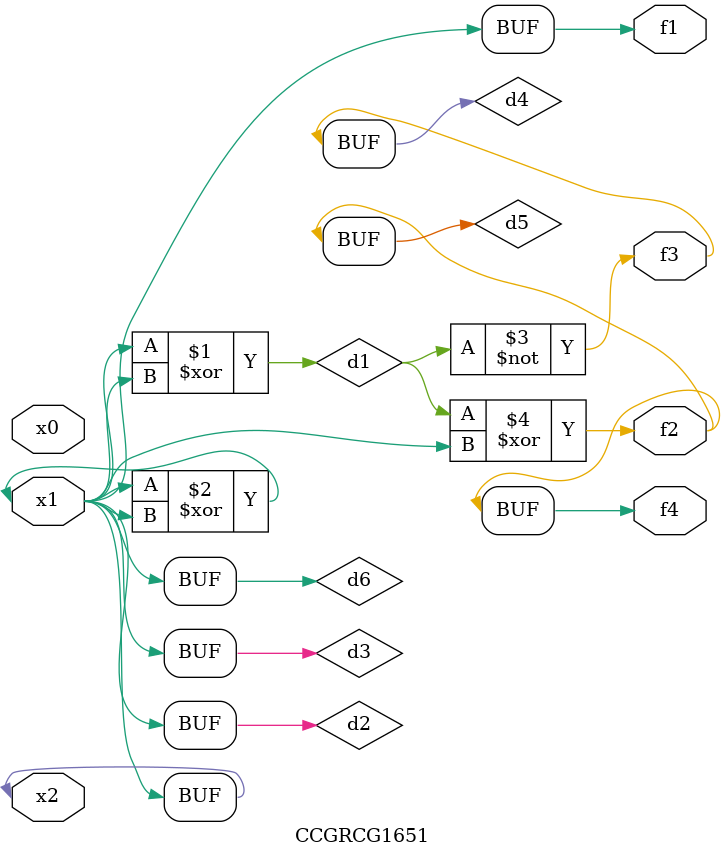
<source format=v>
module CCGRCG1651(
	input x0, x1, x2,
	output f1, f2, f3, f4
);

	wire d1, d2, d3, d4, d5, d6;

	xor (d1, x1, x2);
	buf (d2, x1, x2);
	xor (d3, x1, x2);
	nor (d4, d1);
	xor (d5, d1, d2);
	buf (d6, d2, d3);
	assign f1 = d6;
	assign f2 = d5;
	assign f3 = d4;
	assign f4 = d5;
endmodule

</source>
